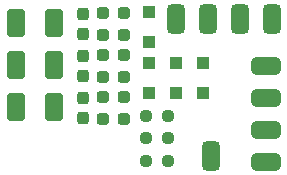
<source format=gts>
%TF.GenerationSoftware,KiCad,Pcbnew,(6.0.0-0)*%
%TF.CreationDate,2022-08-03T15:32:14+03:00*%
%TF.ProjectId,miniRGBii,6d696e69-5247-4426-9969-2e6b69636164,1.1*%
%TF.SameCoordinates,Original*%
%TF.FileFunction,Soldermask,Top*%
%TF.FilePolarity,Negative*%
%FSLAX46Y46*%
G04 Gerber Fmt 4.6, Leading zero omitted, Abs format (unit mm)*
G04 Created by KiCad (PCBNEW (6.0.0-0)) date 2022-08-03 15:32:14*
%MOMM*%
%LPD*%
G01*
G04 APERTURE LIST*
G04 Aperture macros list*
%AMRoundRect*
0 Rectangle with rounded corners*
0 $1 Rounding radius*
0 $2 $3 $4 $5 $6 $7 $8 $9 X,Y pos of 4 corners*
0 Add a 4 corners polygon primitive as box body*
4,1,4,$2,$3,$4,$5,$6,$7,$8,$9,$2,$3,0*
0 Add four circle primitives for the rounded corners*
1,1,$1+$1,$2,$3*
1,1,$1+$1,$4,$5*
1,1,$1+$1,$6,$7*
1,1,$1+$1,$8,$9*
0 Add four rect primitives between the rounded corners*
20,1,$1+$1,$2,$3,$4,$5,0*
20,1,$1+$1,$4,$5,$6,$7,0*
20,1,$1+$1,$6,$7,$8,$9,0*
20,1,$1+$1,$8,$9,$2,$3,0*%
G04 Aperture macros list end*
%ADD10RoundRect,0.237500X0.287500X0.237500X-0.287500X0.237500X-0.287500X-0.237500X0.287500X-0.237500X0*%
%ADD11RoundRect,0.237500X-0.287500X-0.237500X0.287500X-0.237500X0.287500X0.237500X-0.287500X0.237500X0*%
%ADD12RoundRect,0.237500X-0.237500X0.287500X-0.237500X-0.287500X0.237500X-0.287500X0.237500X0.287500X0*%
%ADD13R,1.000000X1.000000*%
%ADD14RoundRect,0.250001X-0.499999X-0.924999X0.499999X-0.924999X0.499999X0.924999X-0.499999X0.924999X0*%
%ADD15RoundRect,0.375000X-0.375000X-0.875000X0.375000X-0.875000X0.375000X0.875000X-0.375000X0.875000X0*%
%ADD16RoundRect,0.375000X0.875000X-0.375000X0.875000X0.375000X-0.875000X0.375000X-0.875000X-0.375000X0*%
%ADD17RoundRect,0.237500X0.250000X0.237500X-0.250000X0.237500X-0.250000X-0.237500X0.250000X-0.237500X0*%
%ADD18RoundRect,0.237500X-0.250000X-0.237500X0.250000X-0.237500X0.250000X0.237500X-0.250000X0.237500X0*%
G04 APERTURE END LIST*
D10*
X203872500Y-62368000D03*
X205622500Y-62368000D03*
X203872500Y-58798000D03*
X205622500Y-58798000D03*
X203872500Y-55256000D03*
X205622500Y-55256000D03*
D11*
X205622500Y-60568000D03*
X203872500Y-60568000D03*
D12*
X202147500Y-62343000D03*
X202147500Y-60593000D03*
D11*
X205622500Y-56998000D03*
X203872500Y-56998000D03*
D12*
X202147500Y-58773000D03*
X202147500Y-57023000D03*
D11*
X205622500Y-53456000D03*
X203872500Y-53456000D03*
D12*
X202147500Y-55231000D03*
X202147500Y-53481000D03*
D13*
X210050000Y-60172000D03*
X210050000Y-57672000D03*
X207750000Y-60172000D03*
X207750000Y-57672000D03*
X207750000Y-55872000D03*
X207750000Y-53372000D03*
D14*
X199719000Y-54229000D03*
X196469000Y-54229000D03*
X199745000Y-61341000D03*
X196495000Y-61341000D03*
X199745000Y-57785000D03*
X196495000Y-57785000D03*
D13*
X212350000Y-60172000D03*
X212350000Y-57672000D03*
D15*
X218150000Y-53922000D03*
D16*
X217650000Y-60622000D03*
X217650000Y-66022000D03*
X217650000Y-63322000D03*
X217650000Y-57922000D03*
D15*
X215450000Y-53922000D03*
X212750000Y-53922000D03*
X210050000Y-53922000D03*
X212979000Y-65532000D03*
D17*
X207537500Y-64022000D03*
X209362500Y-64022000D03*
D18*
X209362500Y-62122000D03*
X207537500Y-62122000D03*
D17*
X207537500Y-65922000D03*
X209362500Y-65922000D03*
M02*

</source>
